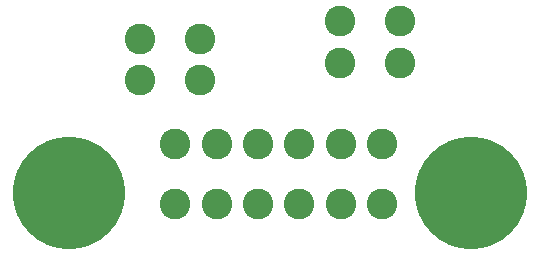
<source format=gbr>
G04 #@! TF.GenerationSoftware,KiCad,Pcbnew,(5.1.12)-1*
G04 #@! TF.CreationDate,2021-12-09T14:16:37-05:00*
G04 #@! TF.ProjectId,CANJunction,43414e4a-756e-4637-9469-6f6e2e6b6963,01*
G04 #@! TF.SameCoordinates,Original*
G04 #@! TF.FileFunction,Soldermask,Bot*
G04 #@! TF.FilePolarity,Negative*
%FSLAX46Y46*%
G04 Gerber Fmt 4.6, Leading zero omitted, Abs format (unit mm)*
G04 Created by KiCad (PCBNEW (5.1.12)-1) date 2021-12-09 14:16:37*
%MOMM*%
%LPD*%
G01*
G04 APERTURE LIST*
%ADD10C,9.525000*%
%ADD11C,2.600000*%
G04 APERTURE END LIST*
D10*
X160000000Y-66000000D03*
X126000000Y-66000000D03*
D11*
X135000000Y-67000000D03*
X138500000Y-67000000D03*
X135000000Y-61900000D03*
X138500000Y-61900000D03*
X142000000Y-61900000D03*
X145500000Y-61900000D03*
X152500000Y-61900000D03*
X149000000Y-61900000D03*
X145500000Y-67000000D03*
X142000000Y-67000000D03*
X152500000Y-67000000D03*
X149000000Y-67000000D03*
X137100000Y-56500000D03*
X137100000Y-53000000D03*
X132000000Y-56500000D03*
X132000000Y-53000000D03*
X148900000Y-51500000D03*
X148900000Y-55000000D03*
X154000000Y-51500000D03*
X154000000Y-55000000D03*
M02*

</source>
